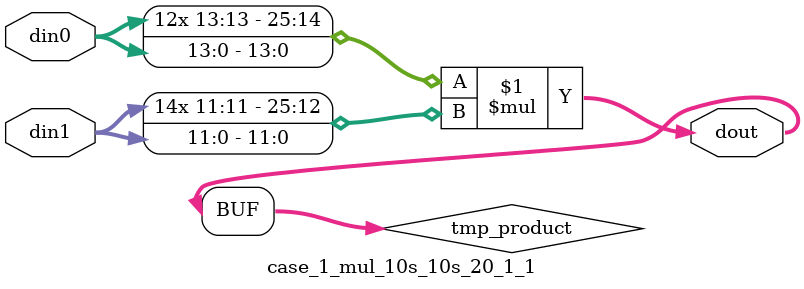
<source format=v>

`timescale 1 ns / 1 ps

 (* use_dsp = "no" *)  module case_1_mul_10s_10s_20_1_1(din0, din1, dout);
parameter ID = 1;
parameter NUM_STAGE = 0;
parameter din0_WIDTH = 14;
parameter din1_WIDTH = 12;
parameter dout_WIDTH = 26;

input [din0_WIDTH - 1 : 0] din0; 
input [din1_WIDTH - 1 : 0] din1; 
output [dout_WIDTH - 1 : 0] dout;

wire signed [dout_WIDTH - 1 : 0] tmp_product;



























assign tmp_product = $signed(din0) * $signed(din1);








assign dout = tmp_product;





















endmodule

</source>
